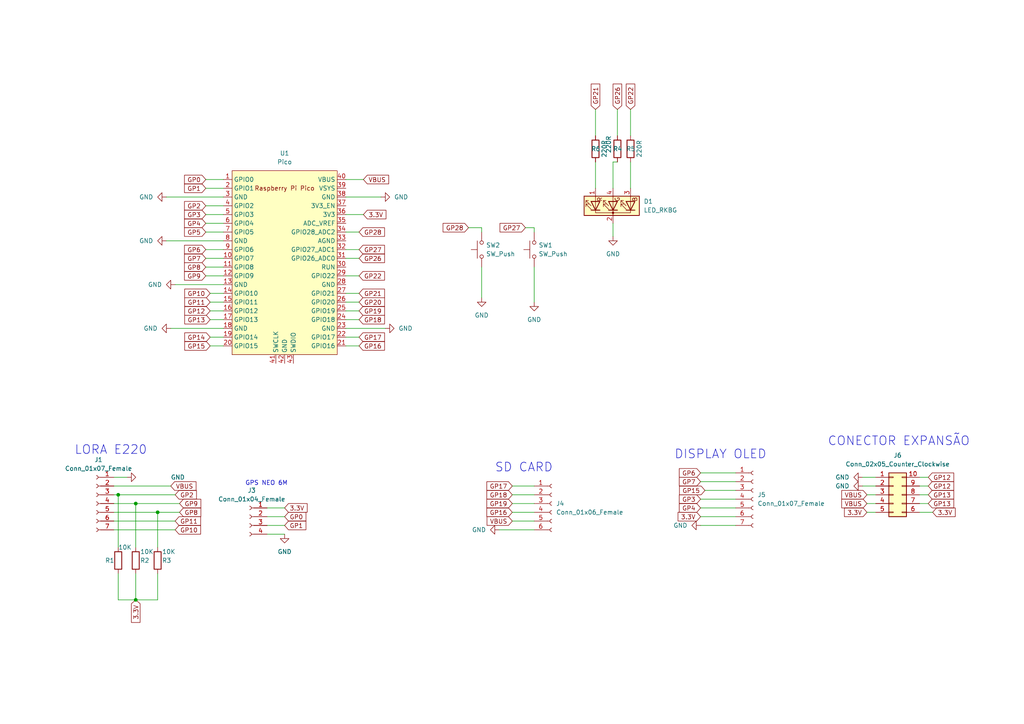
<source format=kicad_sch>
(kicad_sch (version 20211123) (generator eeschema)
  (paper "A4")
  (title_block (title "CIRCUITO CONECTIVIDADE") (company "UNICAMP") (comment 1 "PROJETO ESTAÇÃO METEOROLÓGICA - IE309K") (comment 2 "ENG. DANIEL VIEIRA"))
  (lib_symbols
    (symbol "Connector:Conn_01x04_Female" (pin_names (offset 1.016) hide)
      (property "Reference" "J" (at 0 5.08 0))
      (property "Value" "Conn_01x04_Female" (at 0 -7.62 0))
      (symbol "Conn_01x04_Female_1_1"
        (arc (start 0 -4.572) (mid -0.508 -5.08) (end 0 -5.588) (stroke (width 0.1524)))
        (arc (start 0 -2.032) (mid -0.508 -2.54) (end 0 -3.048) (stroke (width 0.1524)))
        (polyline (pts (xy -1.27 -5.08) (xy -0.508 -5.08)) (stroke (width 0.1524)))
        (polyline (pts (xy -1.27 -2.54) (xy -0.508 -2.54)) (stroke (width 0.1524)))
        (polyline (pts (xy -1.27 0) (xy -0.508 0)) (stroke (width 0.1524)))
        (polyline (pts (xy -1.27 2.54) (xy -0.508 2.54)) (stroke (width 0.1524)))
        (arc (start 0 0.508) (mid -0.508 0) (end 0 -0.508) (stroke (width 0.1524)))
        (arc (start 0 3.048) (mid -0.508 2.54) (end 0 2.032) (stroke (width 0.1524)))
        (pin passive line (at -5.08 2.54 0) (length 3.81) (name "Pin_1") (number "1"))
        (pin passive line (at -5.08 0 0) (length 3.81) (name "Pin_2") (number "2"))
        (pin passive line (at -5.08 -2.54 0) (length 3.81) (name "Pin_3") (number "3"))
        (pin passive line (at -5.08 -5.08 0) (length 3.81) (name "Pin_4") (number "4"))
      )
    )
    (symbol "Connector:Conn_01x06_Female" (pin_names (offset 1.016) hide)
      (property "Reference" "J" (at 0 7.62 0))
      (property "Value" "Conn_01x06_Female" (at 0 -10.16 0))
      (symbol "Conn_01x06_Female_1_1"
        (arc (start 0 -7.112) (mid -0.508 -7.62) (end 0 -8.128) (stroke (width 0.1524)))
        (arc (start 0 -4.572) (mid -0.508 -5.08) (end 0 -5.588) (stroke (width 0.1524)))
        (arc (start 0 -2.032) (mid -0.508 -2.54) (end 0 -3.048) (stroke (width 0.1524)))
        (polyline (pts (xy -1.27 -7.62) (xy -0.508 -7.62)) (stroke (width 0.1524)))
        (polyline (pts (xy -1.27 -5.08) (xy -0.508 -5.08)) (stroke (width 0.1524)))
        (polyline (pts (xy -1.27 -2.54) (xy -0.508 -2.54)) (stroke (width 0.1524)))
        (polyline (pts (xy -1.27 0) (xy -0.508 0)) (stroke (width 0.1524)))
        (polyline (pts (xy -1.27 2.54) (xy -0.508 2.54)) (stroke (width 0.1524)))
        (polyline (pts (xy -1.27 5.08) (xy -0.508 5.08)) (stroke (width 0.1524)))
        (arc (start 0 0.508) (mid -0.508 0) (end 0 -0.508) (stroke (width 0.1524)))
        (arc (start 0 3.048) (mid -0.508 2.54) (end 0 2.032) (stroke (width 0.1524)))
        (arc (start 0 5.588) (mid -0.508 5.08) (end 0 4.572) (stroke (width 0.1524)))
        (pin passive line (at -5.08 5.08 0) (length 3.81) (name "Pin_1") (number "1"))
        (pin passive line (at -5.08 2.54 0) (length 3.81) (name "Pin_2") (number "2"))
        (pin passive line (at -5.08 0 0) (length 3.81) (name "Pin_3") (number "3"))
        (pin passive line (at -5.08 -2.54 0) (length 3.81) (name "Pin_4") (number "4"))
        (pin passive line (at -5.08 -5.08 0) (length 3.81) (name "Pin_5") (number "5"))
        (pin passive line (at -5.08 -7.62 0) (length 3.81) (name "Pin_6") (number "6"))
      )
    )
    (symbol "Connector:Conn_01x07_Female" (pin_names (offset 1.016) hide)
      (property "Reference" "J" (at 0 10.16 0))
      (property "Value" "Conn_01x07_Female" (at 0 -10.16 0))
      (symbol "Conn_01x07_Female_1_1"
        (arc (start 0 -7.112) (mid -0.508 -7.62) (end 0 -8.128) (stroke (width 0.1524)))
        (arc (start 0 -4.572) (mid -0.508 -5.08) (end 0 -5.588) (stroke (width 0.1524)))
        (arc (start 0 -2.032) (mid -0.508 -2.54) (end 0 -3.048) (stroke (width 0.1524)))
        (polyline (pts (xy -1.27 -7.62) (xy -0.508 -7.62)) (stroke (width 0.1524)))
        (polyline (pts (xy -1.27 -5.08) (xy -0.508 -5.08)) (stroke (width 0.1524)))
        (polyline (pts (xy -1.27 -2.54) (xy -0.508 -2.54)) (stroke (width 0.1524)))
        (polyline (pts (xy -1.27 0) (xy -0.508 0)) (stroke (width 0.1524)))
        (polyline (pts (xy -1.27 2.54) (xy -0.508 2.54)) (stroke (width 0.1524)))
        (polyline (pts (xy -1.27 5.08) (xy -0.508 5.08)) (stroke (width 0.1524)))
        (polyline (pts (xy -1.27 7.62) (xy -0.508 7.62)) (stroke (width 0.1524)))
        (arc (start 0 0.508) (mid -0.508 0) (end 0 -0.508) (stroke (width 0.1524)))
        (arc (start 0 3.048) (mid -0.508 2.54) (end 0 2.032) (stroke (width 0.1524)))
        (arc (start 0 5.588) (mid -0.508 5.08) (end 0 4.572) (stroke (width 0.1524)))
        (arc (start 0 8.128) (mid -0.508 7.62) (end 0 7.112) (stroke (width 0.1524)))
        (pin passive line (at -5.08 7.62 0) (length 3.81) (name "Pin_1") (number "1"))
        (pin passive line (at -5.08 5.08 0) (length 3.81) (name "Pin_2") (number "2"))
        (pin passive line (at -5.08 2.54 0) (length 3.81) (name "Pin_3") (number "3"))
        (pin passive line (at -5.08 0 0) (length 3.81) (name "Pin_4") (number "4"))
        (pin passive line (at -5.08 -2.54 0) (length 3.81) (name "Pin_5") (number "5"))
        (pin passive line (at -5.08 -5.08 0) (length 3.81) (name "Pin_6") (number "6"))
        (pin passive line (at -5.08 -7.62 0) (length 3.81) (name "Pin_7") (number "7"))
      )
    )
    (symbol "Connector_Generic:Conn_02x05_Counter_Clockwise" (pin_names (offset 1.016) hide)
      (property "Reference" "J" (at 1.27 7.62 0))
      (property "Value" "Conn_02x05_Counter_Clockwise" (at 1.27 -7.62 0))
      (symbol "Conn_02x05_Counter_Clockwise_1_1"
        (rectangle (start -1.27 -4.953) (end 0 -5.207) (stroke (width 0.1524)))
        (rectangle (start -1.27 -2.413) (end 0 -2.667) (stroke (width 0.1524)))
        (rectangle (start -1.27 0.127) (end 0 -0.127) (stroke (width 0.1524)))
        (rectangle (start -1.27 2.667) (end 0 2.413) (stroke (width 0.1524)))
        (rectangle (start -1.27 5.207) (end 0 4.953) (stroke (width 0.1524)))
        (rectangle (start -1.27 6.35) (end 3.81 -6.35) (stroke (width 0.254)) (fill (type background)))
        (rectangle (start 3.81 -4.953) (end 2.54 -5.207) (stroke (width 0.1524)))
        (rectangle (start 3.81 -2.413) (end 2.54 -2.667) (stroke (width 0.1524)))
        (rectangle (start 3.81 0.127) (end 2.54 -0.127) (stroke (width 0.1524)))
        (rectangle (start 3.81 2.667) (end 2.54 2.413) (stroke (width 0.1524)))
        (rectangle (start 3.81 5.207) (end 2.54 4.953) (stroke (width 0.1524)))
        (pin passive line (at -5.08 5.08 0) (length 3.81) (name "Pin_1") (number "1"))
        (pin passive line (at 7.62 5.08 180) (length 3.81) (name "Pin_10") (number "10"))
        (pin passive line (at -5.08 2.54 0) (length 3.81) (name "Pin_2") (number "2"))
        (pin passive line (at -5.08 0 0) (length 3.81) (name "Pin_3") (number "3"))
        (pin passive line (at -5.08 -2.54 0) (length 3.81) (name "Pin_4") (number "4"))
        (pin passive line (at -5.08 -5.08 0) (length 3.81) (name "Pin_5") (number "5"))
        (pin passive line (at 7.62 -5.08 180) (length 3.81) (name "Pin_6") (number "6"))
        (pin passive line (at 7.62 -2.54 180) (length 3.81) (name "Pin_7") (number "7"))
        (pin passive line (at 7.62 0 180) (length 3.81) (name "Pin_8") (number "8"))
        (pin passive line (at 7.62 2.54 180) (length 3.81) (name "Pin_9") (number "9"))
      )
    )
    (symbol "Device:LED_RKBG" (pin_names (offset 0) hide)
      (property "Reference" "D" (at 0 9.398 0))
      (property "Value" "LED_RKBG" (at 0 -8.89 0))
      (symbol "LED_RKBG_0_0"
        (text "B" (at 1.905 -6.35 0) (effects (font (size 1.27 1.27))))
        (text "G" (at 1.905 -1.27 0) (effects (font (size 1.27 1.27))))
        (text "R" (at 1.905 3.81 0) (effects (font (size 1.27 1.27))))
      )
      (symbol "LED_RKBG_0_1"
        (circle (center -2.032 0) (radius 0.254) (fill (type outline)))
        (polyline (pts (xy -1.27 -5.08) (xy 1.27 -5.08)))
        (polyline (pts (xy -1.27 -3.81) (xy -1.27 -6.35)) (stroke (width 0.254)))
        (polyline (pts (xy -1.27 0) (xy -2.54 0)))
        (polyline (pts (xy -1.27 1.27) (xy -1.27 -1.27)) (stroke (width 0.254)))
        (polyline (pts (xy -1.27 5.08) (xy 1.27 5.08)))
        (polyline (pts (xy -1.27 6.35) (xy -1.27 3.81)) (stroke (width 0.254)))
        (polyline (pts (xy 1.27 -5.08) (xy 2.54 -5.08)))
        (polyline (pts (xy 1.27 0) (xy -1.27 0)))
        (polyline (pts (xy 1.27 0) (xy 2.54 0)))
        (polyline (pts (xy 1.27 5.08) (xy 2.54 5.08)))
        (polyline (pts (xy -1.27 1.27) (xy -1.27 -1.27) (xy -1.27 -1.27)))
        (polyline (pts (xy -1.27 6.35) (xy -1.27 3.81) (xy -1.27 3.81)))
        (polyline (pts (xy -1.27 5.08) (xy -2.032 5.08) (xy -2.032 -5.08) (xy -1.016 -5.08)))
        (polyline (pts (xy 1.27 -3.81) (xy 1.27 -6.35) (xy -1.27 -5.08) (xy 1.27 -3.81)) (stroke (width 0.254)))
        (polyline (pts (xy 1.27 1.27) (xy 1.27 -1.27) (xy -1.27 0) (xy 1.27 1.27)) (stroke (width 0.254)))
        (polyline (pts (xy 1.27 6.35) (xy 1.27 3.81) (xy -1.27 5.08) (xy 1.27 6.35)) (stroke (width 0.254)))
        (polyline (pts (xy -1.016 -3.81) (xy 0.508 -2.286) (xy -0.254 -2.286) (xy 0.508 -2.286) (xy 0.508 -3.048)))
        (polyline (pts (xy -1.016 1.27) (xy 0.508 2.794) (xy -0.254 2.794) (xy 0.508 2.794) (xy 0.508 2.032)))
        (polyline (pts (xy -1.016 6.35) (xy 0.508 7.874) (xy -0.254 7.874) (xy 0.508 7.874) (xy 0.508 7.112)))
        (polyline (pts (xy 0 -3.81) (xy 1.524 -2.286) (xy 0.762 -2.286) (xy 1.524 -2.286) (xy 1.524 -3.048)))
        (polyline (pts (xy 0 1.27) (xy 1.524 2.794) (xy 0.762 2.794) (xy 1.524 2.794) (xy 1.524 2.032)))
        (polyline (pts (xy 0 6.35) (xy 1.524 7.874) (xy 0.762 7.874) (xy 1.524 7.874) (xy 1.524 7.112)))
        (rectangle (start 1.27 -1.27) (end 1.27 1.27))
        (rectangle (start 1.27 1.27) (end 1.27 1.27))
        (rectangle (start 1.27 3.81) (end 1.27 6.35))
        (rectangle (start 1.27 6.35) (end 1.27 6.35))
        (rectangle (start 2.794 8.382) (end -2.794 -7.62) (stroke (width 0.254)) (fill (type background)))
      )
      (symbol "LED_RKBG_1_1"
        (pin passive line (at 5.08 5.08 180) (length 2.54) (name "RA") (number "1"))
        (pin passive line (at -5.08 0 0) (length 2.54) (name "K") (number "2"))
        (pin passive line (at 5.08 -5.08 180) (length 2.54) (name "BA") (number "3"))
        (pin passive line (at 5.08 0 180) (length 2.54) (name "GA") (number "4"))
      )
    )
    (symbol "Device:R" (pin_numbers hide) (pin_names (offset 0))
      (property "Reference" "R" (at 2.032 0 90))
      (property "Value" "R" (at 0 0 90))
      (symbol "R_0_1"
        (rectangle (start -1.016 -2.54) (end 1.016 2.54) (stroke (width 0.254)))
      )
      (symbol "R_1_1"
        (pin passive line (at 0 3.81 270) (length 1.27) (name "~") (number "1"))
        (pin passive line (at 0 -3.81 90) (length 1.27) (name "~") (number "2"))
      )
    )
    (symbol "Raspberry Pi Pico:Pico"
      (property "Reference" "U" (at -13.97 27.94 0))
      (property "Value" "Pico" (at 0 19.05 0))
      (symbol "Pico_0_0"
        (text "Raspberry Pi Pico" (at 0 21.59 0) (effects (font (size 1.27 1.27))))
      )
      (symbol "Pico_0_1"
        (rectangle (start -15.24 26.67) (end 15.24 -26.67) (fill (type background)))
      )
      (symbol "Pico_1_1"
        (pin bidirectional line (at -17.78 24.13 0) (length 2.54) (name "GPIO0") (number "1"))
        (pin bidirectional line (at -17.78 1.27 0) (length 2.54) (name "GPIO7") (number "10"))
        (pin bidirectional line (at -17.78 -1.27 0) (length 2.54) (name "GPIO8") (number "11"))
        (pin bidirectional line (at -17.78 -3.81 0) (length 2.54) (name "GPIO9") (number "12"))
        (pin power_in line (at -17.78 -6.35 0) (length 2.54) (name "GND") (number "13"))
        (pin bidirectional line (at -17.78 -8.89 0) (length 2.54) (name "GPIO10") (number "14"))
        (pin bidirectional line (at -17.78 -11.43 0) (length 2.54) (name "GPIO11") (number "15"))
        (pin bidirectional line (at -17.78 -13.97 0) (length 2.54) (name "GPIO12") (number "16"))
        (pin bidirectional line (at -17.78 -16.51 0) (length 2.54) (name "GPIO13") (number "17"))
        (pin power_in line (at -17.78 -19.05 0) (length 2.54) (name "GND") (number "18"))
        (pin bidirectional line (at -17.78 -21.59 0) (length 2.54) (name "GPIO14") (number "19"))
        (pin bidirectional line (at -17.78 21.59 0) (length 2.54) (name "GPIO1") (number "2"))
        (pin bidirectional line (at -17.78 -24.13 0) (length 2.54) (name "GPIO15") (number "20"))
        (pin bidirectional line (at 17.78 -24.13 180) (length 2.54) (name "GPIO16") (number "21"))
        (pin bidirectional line (at 17.78 -21.59 180) (length 2.54) (name "GPIO17") (number "22"))
        (pin power_in line (at 17.78 -19.05 180) (length 2.54) (name "GND") (number "23"))
        (pin bidirectional line (at 17.78 -16.51 180) (length 2.54) (name "GPIO18") (number "24"))
        (pin bidirectional line (at 17.78 -13.97 180) (length 2.54) (name "GPIO19") (number "25"))
        (pin bidirectional line (at 17.78 -11.43 180) (length 2.54) (name "GPIO20") (number "26"))
        (pin bidirectional line (at 17.78 -8.89 180) (length 2.54) (name "GPIO21") (number "27"))
        (pin power_in line (at 17.78 -6.35 180) (length 2.54) (name "GND") (number "28"))
        (pin bidirectional line (at 17.78 -3.81 180) (length 2.54) (name "GPIO22") (number "29"))
        (pin power_in line (at -17.78 19.05 0) (length 2.54) (name "GND") (number "3"))
        (pin input line (at 17.78 -1.27 180) (length 2.54) (name "RUN") (number "30"))
        (pin bidirectional line (at 17.78 1.27 180) (length 2.54) (name "GPIO26_ADC0") (number "31"))
        (pin bidirectional line (at 17.78 3.81 180) (length 2.54) (name "GPIO27_ADC1") (number "32"))
        (pin power_in line (at 17.78 6.35 180) (length 2.54) (name "AGND") (number "33"))
        (pin bidirectional line (at 17.78 8.89 180) (length 2.54) (name "GPIO28_ADC2") (number "34"))
        (pin power_in line (at 17.78 11.43 180) (length 2.54) (name "ADC_VREF") (number "35"))
        (pin power_in line (at 17.78 13.97 180) (length 2.54) (name "3V3") (number "36"))
        (pin input line (at 17.78 16.51 180) (length 2.54) (name "3V3_EN") (number "37"))
        (pin bidirectional line (at 17.78 19.05 180) (length 2.54) (name "GND") (number "38"))
        (pin power_in line (at 17.78 21.59 180) (length 2.54) (name "VSYS") (number "39"))
        (pin bidirectional line (at -17.78 16.51 0) (length 2.54) (name "GPIO2") (number "4"))
        (pin power_in line (at 17.78 24.13 180) (length 2.54) (name "VBUS") (number "40"))
        (pin input line (at -2.54 -29.21 90) (length 2.54) (name "SWCLK") (number "41"))
        (pin power_in line (at 0 -29.21 90) (length 2.54) (name "GND") (number "42"))
        (pin bidirectional line (at 2.54 -29.21 90) (length 2.54) (name "SWDIO") (number "43"))
        (pin bidirectional line (at -17.78 13.97 0) (length 2.54) (name "GPIO3") (number "5"))
        (pin bidirectional line (at -17.78 11.43 0) (length 2.54) (name "GPIO4") (number "6"))
        (pin bidirectional line (at -17.78 8.89 0) (length 2.54) (name "GPIO5") (number "7"))
        (pin power_in line (at -17.78 6.35 0) (length 2.54) (name "GND") (number "8"))
        (pin bidirectional line (at -17.78 3.81 0) (length 2.54) (name "GPIO6") (number "9"))
      )
    )
    (symbol "Switch:SW_Push" (pin_numbers hide) (pin_names (offset 1.016) hide)
      (property "Reference" "SW" (at 1.27 2.54 0))
      (property "Value" "SW_Push" (at 0 -1.524 0))
      (symbol "SW_Push_0_1"
        (circle (center -2.032 0) (radius 0.508))
        (polyline (pts (xy 0 1.27) (xy 0 3.048)))
        (polyline (pts (xy 2.54 1.27) (xy -2.54 1.27)))
        (circle (center 2.032 0) (radius 0.508))
        (pin passive line (at -5.08 0 0) (length 2.54) (name "1") (number "1"))
        (pin passive line (at 5.08 0 180) (length 2.54) (name "2") (number "2"))
      )
    )
    (symbol "power:GND" (power) (pin_names (offset 0))
      (property "Value" "GND" (at 0 -3.81 0))
      (symbol "GND_0_1"
        (polyline (pts (xy 0 0) (xy 0 -1.27) (xy 1.27 -1.27) (xy 0 -2.54) (xy -1.27 -1.27) (xy 0 -1.27)))
      )
      (symbol "GND_1_1"
        (pin power_in line (at 0 0 270) (length 0) hide (name "GND") (number "1"))
      )
    )
  )
  (junction (at 39.37 146.05))
  (junction (at 45.72 148.59))
  (junction (at 39.37 173.99))
  (junction (at 34.29 143.51))
  (wire (pts (xy 59.69 67.31) (xy 64.77 67.31)))
  (wire (pts (xy 48.26 57.15) (xy 64.77 57.15)))
  (wire (pts (xy 152.4 66.04) (xy 154.94 66.04)))
  (wire (pts (xy 34.29 173.99) (xy 39.37 173.99)))
  (wire (pts (xy 250.19 140.97) (xy 254 140.97)))
  (wire (pts (xy 100.33 90.17) (xy 104.14 90.17)))
  (wire (pts (xy 182.88 31.75) (xy 182.88 39.37)))
  (wire (pts (xy 203.2 137.16) (xy 213.36 137.16)))
  (wire (pts (xy 177.8 64.77) (xy 177.8 68.58)))
  (wire (pts (xy 50.8 82.55) (xy 64.77 82.55)))
  (wire (pts (xy 77.47 147.32) (xy 82.55 147.32)))
  (wire (pts (xy 135.89 66.04) (xy 139.7 66.04)))
  (wire (pts (xy 100.33 62.23) (xy 105.41 62.23)))
  (wire (pts (xy 139.7 77.47) (xy 139.7 86.36)))
  (wire (pts (xy 60.96 87.63) (xy 64.77 87.63)))
  (wire (pts (xy 203.2 147.32) (xy 213.36 147.32)))
  (wire (pts (xy 251.46 148.59) (xy 254 148.59)))
  (wire (pts (xy 148.59 151.13) (xy 154.94 151.13)))
  (wire (pts (xy 266.7 138.43) (xy 269.24 138.43)))
  (wire (pts (xy 266.7 143.51) (xy 269.24 143.51)))
  (wire (pts (xy 34.29 143.51) (xy 34.29 158.75)))
  (wire (pts (xy 100.33 74.93) (xy 104.14 74.93)))
  (wire (pts (xy 59.69 80.01) (xy 64.77 80.01)))
  (wire (pts (xy 33.02 151.13) (xy 50.8 151.13)))
  (wire (pts (xy 45.72 166.37) (xy 45.72 173.99)))
  (wire (pts (xy 250.19 138.43) (xy 254 138.43)))
  (wire (pts (xy 39.37 146.05) (xy 52.07 146.05)))
  (wire (pts (xy 45.72 148.59) (xy 52.07 148.59)))
  (wire (pts (xy 203.2 149.86) (xy 213.36 149.86)))
  (wire (pts (xy 59.69 64.77) (xy 64.77 64.77)))
  (wire (pts (xy 148.59 140.97) (xy 154.94 140.97)))
  (wire (pts (xy 39.37 166.37) (xy 39.37 173.99)))
  (wire (pts (xy 172.72 31.75) (xy 172.72 39.37)))
  (wire (pts (xy 34.29 166.37) (xy 34.29 173.99)))
  (wire (pts (xy 59.69 77.47) (xy 64.77 77.47)))
  (wire (pts (xy 172.72 46.99) (xy 172.72 54.61)))
  (wire (pts (xy 77.47 152.4) (xy 82.55 152.4)))
  (wire (pts (xy 34.29 143.51) (xy 50.8 143.51)))
  (wire (pts (xy 60.96 90.17) (xy 64.77 90.17)))
  (wire (pts (xy 59.69 72.39) (xy 64.77 72.39)))
  (wire (pts (xy 251.46 143.51) (xy 254 143.51)))
  (wire (pts (xy 77.47 149.86) (xy 82.55 149.86)))
  (wire (pts (xy 33.02 143.51) (xy 34.29 143.51)))
  (wire (pts (xy 154.94 77.47) (xy 154.94 87.63)))
  (wire (pts (xy 177.8 54.61) (xy 177.8 46.99)))
  (wire (pts (xy 33.02 146.05) (xy 39.37 146.05)))
  (wire (pts (xy 100.33 72.39) (xy 104.14 72.39)))
  (wire (pts (xy 33.02 148.59) (xy 45.72 148.59)))
  (wire (pts (xy 59.69 74.93) (xy 64.77 74.93)))
  (wire (pts (xy 204.47 142.24) (xy 213.36 142.24)))
  (wire (pts (xy 100.33 67.31) (xy 104.14 67.31)))
  (wire (pts (xy 100.33 52.07) (xy 105.41 52.07)))
  (wire (pts (xy 59.69 62.23) (xy 64.77 62.23)))
  (wire (pts (xy 100.33 95.25) (xy 111.76 95.25)))
  (wire (pts (xy 60.96 92.71) (xy 64.77 92.71)))
  (wire (pts (xy 59.69 59.69) (xy 64.77 59.69)))
  (wire (pts (xy 148.59 143.51) (xy 154.94 143.51)))
  (wire (pts (xy 179.07 31.75) (xy 179.07 39.37)))
  (wire (pts (xy 177.8 46.99) (xy 179.07 46.99)))
  (wire (pts (xy 266.7 140.97) (xy 269.24 140.97)))
  (wire (pts (xy 60.96 100.33) (xy 64.77 100.33)))
  (wire (pts (xy 45.72 148.59) (xy 45.72 158.75)))
  (wire (pts (xy 266.7 148.59) (xy 270.51 148.59)))
  (wire (pts (xy 148.59 146.05) (xy 154.94 146.05)))
  (wire (pts (xy 45.72 173.99) (xy 39.37 173.99)))
  (wire (pts (xy 33.02 138.43) (xy 36.83 138.43)))
  (wire (pts (xy 77.47 154.94) (xy 82.55 154.94)))
  (wire (pts (xy 251.46 146.05) (xy 254 146.05)))
  (wire (pts (xy 100.33 87.63) (xy 104.14 87.63)))
  (wire (pts (xy 100.33 100.33) (xy 104.14 100.33)))
  (wire (pts (xy 144.78 153.67) (xy 154.94 153.67)))
  (wire (pts (xy 266.7 146.05) (xy 269.24 146.05)))
  (wire (pts (xy 203.2 139.7) (xy 213.36 139.7)))
  (wire (pts (xy 182.88 46.99) (xy 182.88 54.61)))
  (wire (pts (xy 139.7 66.04) (xy 139.7 67.31)))
  (wire (pts (xy 100.33 97.79) (xy 104.14 97.79)))
  (wire (pts (xy 59.69 52.07) (xy 64.77 52.07)))
  (wire (pts (xy 48.26 69.85) (xy 64.77 69.85)))
  (wire (pts (xy 203.2 152.4) (xy 213.36 152.4)))
  (wire (pts (xy 100.33 57.15) (xy 110.49 57.15)))
  (wire (pts (xy 148.59 148.59) (xy 154.94 148.59)))
  (wire (pts (xy 39.37 146.05) (xy 39.37 158.75)))
  (wire (pts (xy 203.2 144.78) (xy 213.36 144.78)))
  (wire (pts (xy 60.96 97.79) (xy 64.77 97.79)))
  (wire (pts (xy 59.69 54.61) (xy 64.77 54.61)))
  (wire (pts (xy 60.96 85.09) (xy 64.77 85.09)))
  (wire (pts (xy 49.53 95.25) (xy 64.77 95.25)))
  (wire (pts (xy 100.33 92.71) (xy 104.14 92.71)))
  (wire (pts (xy 100.33 80.01) (xy 104.14 80.01)))
  (wire (pts (xy 33.02 140.97) (xy 49.53 140.97)))
  (wire (pts (xy 33.02 153.67) (xy 50.8 153.67)))
  (wire (pts (xy 154.94 66.04) (xy 154.94 67.31)))
  (wire (pts (xy 100.33 85.09) (xy 104.14 85.09)))
  (text "CONECTOR EXPANSÃO" (at 240.03 129.54 0) (effects (font (size 2.54 2.54)) (justify left bottom)))
  (text "GPS NEO 6M" (at 71.12 140.97 0) (effects (font (size 1.27 1.27)) (justify left bottom)))
  (text "DISPLAY OLED" (at 195.58 133.35 0) (effects (font (size 2.54 2.54)) (justify left bottom)))
  (text "LORA E220\n" (at 21.59 132.08 0) (effects (font (size 2.54 2.54)) (justify left bottom)))
  (text "SD CARD" (at 143.51 137.16 0) (effects (font (size 2.54 2.54)) (justify left bottom)))
  (global_label "GP8" (shape input) (at 52.07 148.59 0) (property "Intersheet References" "${INTERSHEET_REFS}" (effects hide)))
  (global_label "GP28" (shape input) (at 104.14 67.31 0) (property "Intersheet References" "${INTERSHEET_REFS}" (effects hide)))
  (global_label "GP27" (shape input) (at 152.4 66.04 180) (property "Intersheet References" "${INTERSHEET_REFS}" (effects hide)))
  (global_label "GP12" (shape input) (at 269.24 140.97 0) (property "Intersheet References" "${INTERSHEET_REFS}" (effects hide)))
  (global_label "GP4" (shape input) (at 203.2 147.32 180) (property "Intersheet References" "${INTERSHEET_REFS}" (effects hide)))
  (global_label "GP10" (shape input) (at 60.96 85.09 180) (property "Intersheet References" "${INTERSHEET_REFS}" (effects hide)))
  (global_label "GP16" (shape input) (at 104.14 100.33 0) (property "Intersheet References" "${INTERSHEET_REFS}" (effects hide)))
  (global_label "GP7" (shape input) (at 203.2 139.7 180) (property "Intersheet References" "${INTERSHEET_REFS}" (effects hide)))
  (global_label "GP17" (shape input) (at 148.59 140.97 180) (property "Intersheet References" "${INTERSHEET_REFS}" (effects hide)))
  (global_label "3.3V" (shape input) (at 39.37 173.99 270) (property "Intersheet References" "${INTERSHEET_REFS}" (effects hide)))
  (global_label "VBUS" (shape input) (at 251.46 143.51 180) (property "Intersheet References" "${INTERSHEET_REFS}" (effects hide)))
  (global_label "GP22" (shape input) (at 182.88 31.75 90) (property "Intersheet References" "${INTERSHEET_REFS}" (effects hide)))
  (global_label "GP27" (shape input) (at 104.14 72.39 0) (property "Intersheet References" "${INTERSHEET_REFS}" (effects hide)))
  (global_label "GP15" (shape input) (at 204.47 142.24 180) (property "Intersheet References" "${INTERSHEET_REFS}" (effects hide)))
  (global_label "GP1" (shape input) (at 82.55 152.4 0) (property "Intersheet References" "${INTERSHEET_REFS}" (effects hide)))
  (global_label "GP7" (shape input) (at 59.69 74.93 180) (property "Intersheet References" "${INTERSHEET_REFS}" (effects hide)))
  (global_label "3.3V" (shape input) (at 270.51 148.59 0) (property "Intersheet References" "${INTERSHEET_REFS}" (effects hide)))
  (global_label "3.3V" (shape input) (at 203.2 149.86 180) (property "Intersheet References" "${INTERSHEET_REFS}" (effects hide)))
  (global_label "GP11" (shape input) (at 60.96 87.63 180) (property "Intersheet References" "${INTERSHEET_REFS}" (effects hide)))
  (global_label "GP2" (shape input) (at 59.69 59.69 180) (property "Intersheet References" "${INTERSHEET_REFS}" (effects hide)))
  (global_label "GP19" (shape input) (at 148.59 146.05 180) (property "Intersheet References" "${INTERSHEET_REFS}" (effects hide)))
  (global_label "GP16" (shape input) (at 148.59 148.59 180) (property "Intersheet References" "${INTERSHEET_REFS}" (effects hide)))
  (global_label "GP15" (shape input) (at 60.96 100.33 180) (property "Intersheet References" "${INTERSHEET_REFS}" (effects hide)))
  (global_label "GP6" (shape input) (at 203.2 137.16 180) (property "Intersheet References" "${INTERSHEET_REFS}" (effects hide)))
  (global_label "GP20" (shape input) (at 104.14 87.63 0) (property "Intersheet References" "${INTERSHEET_REFS}" (effects hide)))
  (global_label "GP9" (shape input) (at 59.69 80.01 180) (property "Intersheet References" "${INTERSHEET_REFS}" (effects hide)))
  (global_label "GP11" (shape input) (at 50.8 151.13 0) (property "Intersheet References" "${INTERSHEET_REFS}" (effects hide)))
  (global_label "GP14" (shape input) (at 60.96 97.79 180) (property "Intersheet References" "${INTERSHEET_REFS}" (effects hide)))
  (global_label "GP6" (shape input) (at 59.69 72.39 180) (property "Intersheet References" "${INTERSHEET_REFS}" (effects hide)))
  (global_label "VBUS" (shape input) (at 251.46 146.05 180) (property "Intersheet References" "${INTERSHEET_REFS}" (effects hide)))
  (global_label "GP3" (shape input) (at 203.2 144.78 180) (property "Intersheet References" "${INTERSHEET_REFS}" (effects hide)))
  (global_label "GP9" (shape input) (at 52.07 146.05 0) (property "Intersheet References" "${INTERSHEET_REFS}" (effects hide)))
  (global_label "GP1" (shape input) (at 59.69 54.61 180) (property "Intersheet References" "${INTERSHEET_REFS}" (effects hide)))
  (global_label "GP26" (shape input) (at 179.07 31.75 90) (property "Intersheet References" "${INTERSHEET_REFS}" (effects hide)))
  (global_label "GP12" (shape input) (at 60.96 90.17 180) (property "Intersheet References" "${INTERSHEET_REFS}" (effects hide)))
  (global_label "GP13" (shape input) (at 60.96 92.71 180) (property "Intersheet References" "${INTERSHEET_REFS}" (effects hide)))
  (global_label "GP22" (shape input) (at 104.14 80.01 0) (property "Intersheet References" "${INTERSHEET_REFS}" (effects hide)))
  (global_label "GP0" (shape input) (at 59.69 52.07 180) (property "Intersheet References" "${INTERSHEET_REFS}" (effects hide)))
  (global_label "GP13" (shape input) (at 269.24 143.51 0) (property "Intersheet References" "${INTERSHEET_REFS}" (effects hide)))
  (global_label "3.3V" (shape input) (at 82.55 147.32 0) (property "Intersheet References" "${INTERSHEET_REFS}" (effects hide)))
  (global_label "3.3V" (shape input) (at 251.46 148.59 180) (property "Intersheet References" "${INTERSHEET_REFS}" (effects hide)))
  (global_label "GP17" (shape input) (at 104.14 97.79 0) (property "Intersheet References" "${INTERSHEET_REFS}" (effects hide)))
  (global_label "GP4" (shape input) (at 59.69 64.77 180) (property "Intersheet References" "${INTERSHEET_REFS}" (effects hide)))
  (global_label "GP18" (shape input) (at 148.59 143.51 180) (property "Intersheet References" "${INTERSHEET_REFS}" (effects hide)))
  (global_label "GP19" (shape input) (at 104.14 90.17 0) (property "Intersheet References" "${INTERSHEET_REFS}" (effects hide)))
  (global_label "GP13" (shape input) (at 269.24 146.05 0) (property "Intersheet References" "${INTERSHEET_REFS}" (effects hide)))
  (global_label "GP10" (shape input) (at 50.8 153.67 0) (property "Intersheet References" "${INTERSHEET_REFS}" (effects hide)))
  (global_label "GP5" (shape input) (at 59.69 67.31 180) (property "Intersheet References" "${INTERSHEET_REFS}" (effects hide)))
  (global_label "GP28" (shape input) (at 135.89 66.04 180) (property "Intersheet References" "${INTERSHEET_REFS}" (effects hide)))
  (global_label "GP26" (shape input) (at 104.14 74.93 0) (property "Intersheet References" "${INTERSHEET_REFS}" (effects hide)))
  (global_label "3.3V" (shape input) (at 105.41 62.23 0) (property "Intersheet References" "${INTERSHEET_REFS}" (effects hide)))
  (global_label "GP21" (shape input) (at 172.72 31.75 90) (property "Intersheet References" "${INTERSHEET_REFS}" (effects hide)))
  (global_label "GP21" (shape input) (at 104.14 85.09 0) (property "Intersheet References" "${INTERSHEET_REFS}" (effects hide)))
  (global_label "VBUS" (shape input) (at 105.41 52.07 0) (property "Intersheet References" "${INTERSHEET_REFS}" (effects hide)))
  (global_label "GP0" (shape input) (at 82.55 149.86 0) (property "Intersheet References" "${INTERSHEET_REFS}" (effects hide)))
  (global_label "GP8" (shape input) (at 59.69 77.47 180) (property "Intersheet References" "${INTERSHEET_REFS}" (effects hide)))
  (global_label "GP3" (shape input) (at 59.69 62.23 180) (property "Intersheet References" "${INTERSHEET_REFS}" (effects hide)))
  (global_label "GP18" (shape input) (at 104.14 92.71 0) (property "Intersheet References" "${INTERSHEET_REFS}" (effects hide)))
  (global_label "VBUS" (shape input) (at 49.53 140.97 0) (property "Intersheet References" "${INTERSHEET_REFS}" (effects hide)))
  (global_label "VBUS" (shape input) (at 148.59 151.13 180) (property "Intersheet References" "${INTERSHEET_REFS}" (effects hide)))
  (global_label "GP2" (shape input) (at 50.8 143.51 0) (property "Intersheet References" "${INTERSHEET_REFS}" (effects hide)))
  (global_label "GP12" (shape input) (at 269.24 138.43 0) (property "Intersheet References" "${INTERSHEET_REFS}" (effects hide)))
  (symbol (lib_id "power:GND") (at 139.7 86.36 0) (unit 1)
    (property "Reference" "#PWR08" (effects hide))
    (property "Value" "GND" (at 139.7 91.44 0))
  )
  (symbol (lib_id "power:GND") (at 203.2 152.4 270) (unit 1)
    (property "Reference" "#PWR014" (effects hide))
    (property "Value" "GND" (at 199.39 152.3999 90) (effects (justify right)))
  )
  (symbol (lib_id "Connector:Conn_01x07_Female") (at 27.94 146.05 0) (mirror y) (unit 1)
    (property "Reference" "J1" (at 28.575 133.35 0))
    (property "Value" "Conn_01x07_Female" (at 28.575 135.89 0))
    (property "Footprint" "Connector_PinSocket_2.54mm:PinSocket_1x07_P2.54mm_Vertical" (effects hide))
  )
  (symbol (lib_id "power:GND") (at 110.49 57.15 90) (unit 1)
    (property "Reference" "#PWR04" (effects hide))
    (property "Value" "GND" (at 114.3 57.1499 90) (effects (justify right)))
  )
  (symbol (lib_id "Switch:SW_Push") (at 139.7 72.39 90) (unit 1)
    (property "Reference" "SW2" (at 140.97 71.1199 90) (effects (justify right)))
    (property "Value" "SW_Push" (at 140.97 73.6599 90) (effects (justify right)))
    (property "Footprint" "Button_Switch_THT:SW_PUSH_6mm" (effects hide))
  )
  (symbol (lib_id "power:GND") (at 144.78 153.67 270) (unit 1)
    (property "Reference" "#PWR09" (effects hide))
    (property "Value" "GND" (at 140.97 153.6699 90) (effects (justify right)))
  )
  (symbol (lib_id "power:GND") (at 50.8 82.55 270) (unit 1)
    (property "Reference" "#PWR0101" (effects hide))
    (property "Value" "GND" (at 46.99 82.5499 90) (effects (justify right)))
  )
  (symbol (lib_id "power:GND") (at 36.83 138.43 90) (unit 1)
    (property "Reference" "#PWR01" (effects hide))
    (property "Value" "GND" (at 49.53 138.4299 90) (effects (justify right)))
  )
  (symbol (lib_id "Device:R") (at 179.07 43.18 0) (unit 1)
    (property "Reference" "R4" (at 177.8 43.18 0) (effects (justify left)))
    (property "Value" "220R" (at 176.53 44.45 90) (effects (justify left)))
    (property "Footprint" "Resistor_THT:R_Axial_DIN0207_L6.3mm_D2.5mm_P10.16mm_Horizontal" (effects hide))
  )
  (symbol (lib_id "power:GND") (at 49.53 95.25 270) (unit 1)
    (property "Reference" "#PWR03" (effects hide))
    (property "Value" "GND" (at 45.72 95.2499 90) (effects (justify right)))
  )
  (symbol (lib_id "power:GND") (at 48.26 57.15 270) (unit 1)
    (property "Reference" "#PWR02" (effects hide))
    (property "Value" "GND" (at 44.45 57.1499 90) (effects (justify right)))
  )
  (symbol (lib_id "power:GND") (at 48.26 69.85 270) (unit 1)
    (property "Reference" "#PWR0102" (effects hide))
    (property "Value" "GND" (at 44.45 69.8499 90) (effects (justify right)))
  )
  (symbol (lib_id "Device:LED_RKBG") (at 177.8 59.69 90) (unit 1)
    (property "Reference" "D1" (at 186.69 58.4199 90) (effects (justify right)))
    (property "Value" "LED_RKBG" (at 186.69 60.9599 90) (effects (justify right)))
    (property "Footprint" "LED_THT:LED_D5.0mm-4_RGB" (effects hide))
  )
  (symbol (lib_id "Device:R") (at 39.37 162.56 0) (unit 1)
    (property "Reference" "R2" (at 40.64 162.56 0) (effects (justify left)))
    (property "Value" "10K" (at 40.64 160.02 0) (effects (justify left)))
    (property "Footprint" "Resistor_THT:R_Axial_DIN0207_L6.3mm_D2.5mm_P10.16mm_Horizontal" (effects hide))
  )
  (symbol (lib_id "power:GND") (at 250.19 138.43 270) (unit 1)
    (property "Reference" "#PWR015" (effects hide))
    (property "Value" "GND" (at 246.38 138.4299 90) (effects (justify right)))
  )
  (symbol (lib_id "Connector_Generic:Conn_02x05_Counter_Clockwise") (at 259.08 143.51 0) (unit 1)
    (property "Reference" "J6" (at 260.35 132.08 0))
    (property "Value" "Conn_02x05_Counter_Clockwise" (at 260.35 134.62 0))
    (property "Footprint" "Connector_IDC:IDC-Header_2x05_P2.54mm_Vertical" (effects hide))
  )
  (symbol (lib_id "Connector:Conn_01x06_Female") (at 160.02 146.05 0) (unit 1)
    (property "Reference" "J4" (at 161.29 146.0499 0) (effects (justify left)))
    (property "Value" "Conn_01x06_Female" (at 161.29 148.5899 0) (effects (justify left)))
    (property "Footprint" "Connector_PinSocket_2.54mm:PinSocket_1x06_P2.54mm_Horizontal" (effects hide))
  )
  (symbol (lib_id "Connector:Conn_01x07_Female") (at 218.44 144.78 0) (unit 1)
    (property "Reference" "J5" (at 219.71 143.5099 0) (effects (justify left)))
    (property "Value" "Conn_01x07_Female" (at 219.71 146.0499 0) (effects (justify left)))
    (property "Footprint" "Connector_PinSocket_2.54mm:PinSocket_1x07_P2.54mm_Vertical" (effects hide))
  )
  (symbol (lib_id "power:GND") (at 177.8 68.58 0) (unit 1)
    (property "Reference" "#PWR012" (effects hide))
    (property "Value" "GND" (at 177.8 73.66 0))
  )
  (symbol (lib_id "Connector:Conn_01x04_Female") (at 72.39 149.86 0) (mirror y) (unit 1)
    (property "Reference" "J3" (at 73.025 142.24 0))
    (property "Value" "Conn_01x04_Female" (at 73.025 144.78 0))
    (property "Footprint" "Connector_PinSocket_2.54mm:PinSocket_1x04_P2.54mm_Vertical" (effects hide))
  )
  (symbol (lib_id "Raspberry Pi Pico:Pico") (at 82.55 76.2 0) (unit 1)
    (property "Reference" "U1" (at 82.55 44.45 0))
    (property "Value" "Pico" (at 82.55 46.99 0))
    (property "Footprint" "MCU_RaspberryPi_and_Boards:RPi_Pico_SMD_TH" (effects hide))
  )
  (symbol (lib_id "power:GND") (at 82.55 154.94 0) (unit 1)
    (property "Reference" "#PWR06" (effects hide))
    (property "Value" "GND" (at 82.55 160.02 0))
  )
  (symbol (lib_id "power:GND") (at 111.76 95.25 90) (unit 1)
    (property "Reference" "#PWR05" (effects hide))
    (property "Value" "GND" (at 115.57 95.2499 90) (effects (justify right)))
  )
  (symbol (lib_id "Switch:SW_Push") (at 154.94 72.39 90) (unit 1)
    (property "Reference" "SW1" (at 156.21 71.1199 90) (effects (justify right)))
    (property "Value" "SW_Push" (at 156.21 73.6599 90) (effects (justify right)))
    (property "Footprint" "Button_Switch_THT:SW_PUSH_6mm" (effects hide))
  )
  (symbol (lib_id "power:GND") (at 250.19 140.97 270) (unit 1)
    (property "Reference" "#PWR0103" (effects hide))
    (property "Value" "GND" (at 246.38 140.9699 90) (effects (justify right)))
  )
  (symbol (lib_id "Device:R") (at 45.72 162.56 0) (unit 1)
    (property "Reference" "R3" (at 46.99 162.56 0) (effects (justify left)))
    (property "Value" "10K" (at 46.99 160.02 0) (effects (justify left)))
    (property "Footprint" "Resistor_THT:R_Axial_DIN0207_L6.3mm_D2.5mm_P10.16mm_Horizontal" (effects hide))
  )
  (symbol (lib_id "Device:R") (at 34.29 162.56 0) (unit 1)
    (property "Reference" "R1" (at 30.48 162.56 0) (effects (justify left)))
    (property "Value" "10K" (at 34.29 158.75 0) (effects (justify left)))
    (property "Footprint" "Resistor_THT:R_Axial_DIN0207_L6.3mm_D2.5mm_P10.16mm_Horizontal" (effects hide))
  )
  (symbol (lib_id "Device:R") (at 172.72 43.18 0) (unit 1)
    (property "Reference" "R6" (at 171.45 43.18 0) (effects (justify left)))
    (property "Value" "220R" (at 175.26 45.72 90) (effects (justify left)))
    (property "Footprint" "Resistor_THT:R_Axial_DIN0207_L6.3mm_D2.5mm_P10.16mm_Horizontal" (effects hide))
  )
  (symbol (lib_id "Device:R") (at 182.88 43.18 0) (unit 1)
    (property "Reference" "R5" (at 181.61 43.18 0) (effects (justify left)))
    (property "Value" "220R" (at 185.42 45.72 90) (effects (justify left)))
    (property "Footprint" "Resistor_THT:R_Axial_DIN0207_L6.3mm_D2.5mm_P10.16mm_Horizontal" (effects hide))
  )
  (symbol (lib_id "power:GND") (at 154.94 87.63 0) (unit 1)
    (property "Reference" "#PWR010" (effects hide))
    (property "Value" "GND" (at 154.94 92.71 0))
  )
)
</source>
